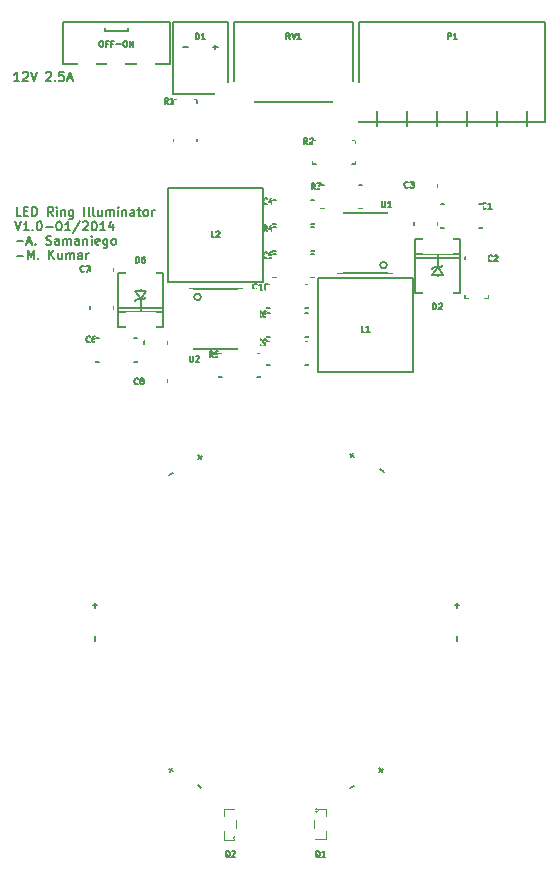
<source format=gto>
G04 (created by PCBNEW (2013-07-07 BZR 4022)-stable) date 1/16/2014 3:21:09 PM*
%MOIN*%
G04 Gerber Fmt 3.4, Leading zero omitted, Abs format*
%FSLAX34Y34*%
G01*
G70*
G90*
G04 APERTURE LIST*
%ADD10C,0.006*%
%ADD11C,0.00590551*%
%ADD12C,0.005*%
%ADD13C,0.0031*%
%ADD14R,0.0612441X0.112425*%
%ADD15C,0.06*%
%ADD16C,0.151795*%
%ADD17C,0.074*%
%ADD18C,0.136*%
%ADD19C,0.07*%
%ADD20R,0.143921X0.033685*%
%ADD21R,0.143921X0.0651811*%
%ADD22R,0.033685X0.029748*%
%ADD23R,0.0719X0.0305*%
%ADD24R,0.121874X0.121874*%
%ADD25R,0.0534X0.0455*%
%ADD26R,0.0848661X0.309276*%
%ADD27R,0.1006X0.077*%
%ADD28R,0.073X0.0652*%
%ADD29R,0.0652X0.073*%
%ADD30C,1.174*%
%ADD31C,0.414*%
G04 APERTURE END LIST*
G54D10*
X514Y25028D02*
X371Y25028D01*
X371Y25328D01*
X614Y25185D02*
X714Y25185D01*
X757Y25028D02*
X614Y25028D01*
X614Y25328D01*
X757Y25328D01*
X885Y25028D02*
X885Y25328D01*
X957Y25328D01*
X1000Y25314D01*
X1028Y25285D01*
X1042Y25257D01*
X1057Y25200D01*
X1057Y25157D01*
X1042Y25100D01*
X1028Y25071D01*
X1000Y25042D01*
X957Y25028D01*
X885Y25028D01*
X1585Y25028D02*
X1485Y25171D01*
X1414Y25028D02*
X1414Y25328D01*
X1528Y25328D01*
X1557Y25314D01*
X1571Y25300D01*
X1585Y25271D01*
X1585Y25228D01*
X1571Y25200D01*
X1557Y25185D01*
X1528Y25171D01*
X1414Y25171D01*
X1714Y25028D02*
X1714Y25228D01*
X1714Y25328D02*
X1700Y25314D01*
X1714Y25300D01*
X1728Y25314D01*
X1714Y25328D01*
X1714Y25300D01*
X1857Y25228D02*
X1857Y25028D01*
X1857Y25200D02*
X1871Y25214D01*
X1900Y25228D01*
X1942Y25228D01*
X1971Y25214D01*
X1985Y25185D01*
X1985Y25028D01*
X2257Y25228D02*
X2257Y24985D01*
X2242Y24957D01*
X2228Y24942D01*
X2200Y24928D01*
X2157Y24928D01*
X2128Y24942D01*
X2257Y25042D02*
X2228Y25028D01*
X2171Y25028D01*
X2142Y25042D01*
X2128Y25057D01*
X2114Y25085D01*
X2114Y25171D01*
X2128Y25200D01*
X2142Y25214D01*
X2171Y25228D01*
X2228Y25228D01*
X2257Y25214D01*
X2628Y25028D02*
X2628Y25328D01*
X2814Y25028D02*
X2785Y25042D01*
X2771Y25071D01*
X2771Y25328D01*
X2971Y25028D02*
X2942Y25042D01*
X2928Y25071D01*
X2928Y25328D01*
X3214Y25228D02*
X3214Y25028D01*
X3085Y25228D02*
X3085Y25071D01*
X3100Y25042D01*
X3128Y25028D01*
X3171Y25028D01*
X3200Y25042D01*
X3214Y25057D01*
X3357Y25028D02*
X3357Y25228D01*
X3357Y25200D02*
X3371Y25214D01*
X3400Y25228D01*
X3442Y25228D01*
X3471Y25214D01*
X3485Y25185D01*
X3485Y25028D01*
X3485Y25185D02*
X3500Y25214D01*
X3528Y25228D01*
X3571Y25228D01*
X3600Y25214D01*
X3614Y25185D01*
X3614Y25028D01*
X3757Y25028D02*
X3757Y25228D01*
X3757Y25328D02*
X3742Y25314D01*
X3757Y25300D01*
X3771Y25314D01*
X3757Y25328D01*
X3757Y25300D01*
X3900Y25228D02*
X3900Y25028D01*
X3900Y25200D02*
X3914Y25214D01*
X3942Y25228D01*
X3985Y25228D01*
X4014Y25214D01*
X4028Y25185D01*
X4028Y25028D01*
X4300Y25028D02*
X4300Y25185D01*
X4285Y25214D01*
X4257Y25228D01*
X4200Y25228D01*
X4171Y25214D01*
X4300Y25042D02*
X4271Y25028D01*
X4200Y25028D01*
X4171Y25042D01*
X4157Y25071D01*
X4157Y25100D01*
X4171Y25128D01*
X4200Y25142D01*
X4271Y25142D01*
X4300Y25157D01*
X4400Y25228D02*
X4514Y25228D01*
X4442Y25328D02*
X4442Y25071D01*
X4457Y25042D01*
X4485Y25028D01*
X4514Y25028D01*
X4657Y25028D02*
X4628Y25042D01*
X4614Y25057D01*
X4600Y25085D01*
X4600Y25171D01*
X4614Y25200D01*
X4628Y25214D01*
X4657Y25228D01*
X4700Y25228D01*
X4728Y25214D01*
X4742Y25200D01*
X4757Y25171D01*
X4757Y25085D01*
X4742Y25057D01*
X4728Y25042D01*
X4700Y25028D01*
X4657Y25028D01*
X4885Y25028D02*
X4885Y25228D01*
X4885Y25171D02*
X4900Y25200D01*
X4914Y25214D01*
X4942Y25228D01*
X4971Y25228D01*
X328Y24848D02*
X428Y24548D01*
X528Y24848D01*
X785Y24548D02*
X614Y24548D01*
X700Y24548D02*
X700Y24848D01*
X671Y24805D01*
X642Y24777D01*
X614Y24762D01*
X914Y24577D02*
X928Y24562D01*
X914Y24548D01*
X900Y24562D01*
X914Y24577D01*
X914Y24548D01*
X1114Y24848D02*
X1142Y24848D01*
X1171Y24834D01*
X1185Y24820D01*
X1200Y24791D01*
X1214Y24734D01*
X1214Y24662D01*
X1200Y24605D01*
X1185Y24577D01*
X1171Y24562D01*
X1142Y24548D01*
X1114Y24548D01*
X1085Y24562D01*
X1071Y24577D01*
X1057Y24605D01*
X1042Y24662D01*
X1042Y24734D01*
X1057Y24791D01*
X1071Y24820D01*
X1085Y24834D01*
X1114Y24848D01*
X1342Y24662D02*
X1571Y24662D01*
X1771Y24848D02*
X1800Y24848D01*
X1828Y24834D01*
X1842Y24820D01*
X1857Y24791D01*
X1871Y24734D01*
X1871Y24662D01*
X1857Y24605D01*
X1842Y24577D01*
X1828Y24562D01*
X1800Y24548D01*
X1771Y24548D01*
X1742Y24562D01*
X1728Y24577D01*
X1714Y24605D01*
X1700Y24662D01*
X1700Y24734D01*
X1714Y24791D01*
X1728Y24820D01*
X1742Y24834D01*
X1771Y24848D01*
X2157Y24548D02*
X1985Y24548D01*
X2071Y24548D02*
X2071Y24848D01*
X2042Y24805D01*
X2014Y24777D01*
X1985Y24762D01*
X2499Y24862D02*
X2242Y24477D01*
X2585Y24820D02*
X2600Y24834D01*
X2628Y24848D01*
X2700Y24848D01*
X2728Y24834D01*
X2742Y24820D01*
X2757Y24791D01*
X2757Y24762D01*
X2742Y24720D01*
X2571Y24548D01*
X2757Y24548D01*
X2942Y24848D02*
X2971Y24848D01*
X2999Y24834D01*
X3014Y24820D01*
X3028Y24791D01*
X3042Y24734D01*
X3042Y24662D01*
X3028Y24605D01*
X3014Y24577D01*
X2999Y24562D01*
X2971Y24548D01*
X2942Y24548D01*
X2914Y24562D01*
X2899Y24577D01*
X2885Y24605D01*
X2871Y24662D01*
X2871Y24734D01*
X2885Y24791D01*
X2899Y24820D01*
X2914Y24834D01*
X2942Y24848D01*
X3328Y24548D02*
X3157Y24548D01*
X3242Y24548D02*
X3242Y24848D01*
X3214Y24805D01*
X3185Y24777D01*
X3157Y24762D01*
X3585Y24748D02*
X3585Y24548D01*
X3514Y24862D02*
X3442Y24648D01*
X3628Y24648D01*
X371Y24182D02*
X600Y24182D01*
X728Y24154D02*
X871Y24154D01*
X700Y24068D02*
X800Y24368D01*
X900Y24068D01*
X1000Y24097D02*
X1014Y24082D01*
X1000Y24068D01*
X985Y24082D01*
X1000Y24097D01*
X1000Y24068D01*
X1357Y24082D02*
X1400Y24068D01*
X1471Y24068D01*
X1500Y24082D01*
X1514Y24097D01*
X1528Y24125D01*
X1528Y24154D01*
X1514Y24182D01*
X1500Y24197D01*
X1471Y24211D01*
X1414Y24225D01*
X1385Y24240D01*
X1371Y24254D01*
X1357Y24282D01*
X1357Y24311D01*
X1371Y24340D01*
X1385Y24354D01*
X1414Y24368D01*
X1485Y24368D01*
X1528Y24354D01*
X1785Y24068D02*
X1785Y24225D01*
X1771Y24254D01*
X1742Y24268D01*
X1685Y24268D01*
X1657Y24254D01*
X1785Y24082D02*
X1757Y24068D01*
X1685Y24068D01*
X1657Y24082D01*
X1642Y24111D01*
X1642Y24140D01*
X1657Y24168D01*
X1685Y24182D01*
X1757Y24182D01*
X1785Y24197D01*
X1928Y24068D02*
X1928Y24268D01*
X1928Y24240D02*
X1942Y24254D01*
X1971Y24268D01*
X2014Y24268D01*
X2042Y24254D01*
X2057Y24225D01*
X2057Y24068D01*
X2057Y24225D02*
X2071Y24254D01*
X2100Y24268D01*
X2142Y24268D01*
X2171Y24254D01*
X2185Y24225D01*
X2185Y24068D01*
X2457Y24068D02*
X2457Y24225D01*
X2442Y24254D01*
X2414Y24268D01*
X2357Y24268D01*
X2328Y24254D01*
X2457Y24082D02*
X2428Y24068D01*
X2357Y24068D01*
X2328Y24082D01*
X2314Y24111D01*
X2314Y24140D01*
X2328Y24168D01*
X2357Y24182D01*
X2428Y24182D01*
X2457Y24197D01*
X2600Y24268D02*
X2600Y24068D01*
X2600Y24240D02*
X2614Y24254D01*
X2642Y24268D01*
X2685Y24268D01*
X2714Y24254D01*
X2728Y24225D01*
X2728Y24068D01*
X2871Y24068D02*
X2871Y24268D01*
X2871Y24368D02*
X2857Y24354D01*
X2871Y24340D01*
X2885Y24354D01*
X2871Y24368D01*
X2871Y24340D01*
X3128Y24082D02*
X3100Y24068D01*
X3042Y24068D01*
X3014Y24082D01*
X3000Y24111D01*
X3000Y24225D01*
X3014Y24254D01*
X3042Y24268D01*
X3100Y24268D01*
X3128Y24254D01*
X3142Y24225D01*
X3142Y24197D01*
X3000Y24168D01*
X3400Y24268D02*
X3400Y24025D01*
X3385Y23997D01*
X3371Y23982D01*
X3342Y23968D01*
X3300Y23968D01*
X3271Y23982D01*
X3400Y24082D02*
X3371Y24068D01*
X3314Y24068D01*
X3285Y24082D01*
X3271Y24097D01*
X3257Y24125D01*
X3257Y24211D01*
X3271Y24240D01*
X3285Y24254D01*
X3314Y24268D01*
X3371Y24268D01*
X3400Y24254D01*
X3585Y24068D02*
X3557Y24082D01*
X3542Y24097D01*
X3528Y24125D01*
X3528Y24211D01*
X3542Y24240D01*
X3557Y24254D01*
X3585Y24268D01*
X3628Y24268D01*
X3657Y24254D01*
X3671Y24240D01*
X3685Y24211D01*
X3685Y24125D01*
X3671Y24097D01*
X3657Y24082D01*
X3628Y24068D01*
X3585Y24068D01*
X371Y23702D02*
X600Y23702D01*
X742Y23588D02*
X742Y23888D01*
X842Y23674D01*
X942Y23888D01*
X942Y23588D01*
X1085Y23617D02*
X1100Y23602D01*
X1085Y23588D01*
X1071Y23602D01*
X1085Y23617D01*
X1085Y23588D01*
X1457Y23588D02*
X1457Y23888D01*
X1628Y23588D02*
X1500Y23760D01*
X1628Y23888D02*
X1457Y23717D01*
X1885Y23788D02*
X1885Y23588D01*
X1757Y23788D02*
X1757Y23631D01*
X1771Y23602D01*
X1800Y23588D01*
X1842Y23588D01*
X1871Y23602D01*
X1885Y23617D01*
X2028Y23588D02*
X2028Y23788D01*
X2028Y23760D02*
X2042Y23774D01*
X2071Y23788D01*
X2114Y23788D01*
X2142Y23774D01*
X2157Y23745D01*
X2157Y23588D01*
X2157Y23745D02*
X2171Y23774D01*
X2200Y23788D01*
X2242Y23788D01*
X2271Y23774D01*
X2285Y23745D01*
X2285Y23588D01*
X2557Y23588D02*
X2557Y23745D01*
X2542Y23774D01*
X2514Y23788D01*
X2457Y23788D01*
X2428Y23774D01*
X2557Y23602D02*
X2528Y23588D01*
X2457Y23588D01*
X2428Y23602D01*
X2414Y23631D01*
X2414Y23660D01*
X2428Y23688D01*
X2457Y23702D01*
X2528Y23702D01*
X2557Y23717D01*
X2700Y23588D02*
X2700Y23788D01*
X2700Y23731D02*
X2714Y23760D01*
X2728Y23774D01*
X2757Y23788D01*
X2785Y23788D01*
X464Y29528D02*
X292Y29528D01*
X378Y29528D02*
X378Y29828D01*
X350Y29785D01*
X321Y29757D01*
X292Y29742D01*
X578Y29800D02*
X592Y29814D01*
X621Y29828D01*
X692Y29828D01*
X721Y29814D01*
X735Y29800D01*
X750Y29771D01*
X750Y29742D01*
X735Y29700D01*
X564Y29528D01*
X750Y29528D01*
X835Y29828D02*
X935Y29528D01*
X1035Y29828D01*
X1350Y29800D02*
X1364Y29814D01*
X1392Y29828D01*
X1464Y29828D01*
X1492Y29814D01*
X1507Y29800D01*
X1521Y29771D01*
X1521Y29742D01*
X1507Y29700D01*
X1335Y29528D01*
X1521Y29528D01*
X1650Y29557D02*
X1664Y29542D01*
X1650Y29528D01*
X1635Y29542D01*
X1650Y29557D01*
X1650Y29528D01*
X1935Y29828D02*
X1792Y29828D01*
X1778Y29685D01*
X1792Y29700D01*
X1821Y29714D01*
X1892Y29714D01*
X1921Y29700D01*
X1935Y29685D01*
X1949Y29657D01*
X1949Y29585D01*
X1935Y29557D01*
X1921Y29542D01*
X1892Y29528D01*
X1821Y29528D01*
X1792Y29542D01*
X1778Y29557D01*
X2064Y29614D02*
X2207Y29614D01*
X2035Y29528D02*
X2135Y29828D01*
X2235Y29528D01*
G54D11*
X4093Y31284D02*
X4093Y31186D01*
X4093Y31186D02*
X3306Y31186D01*
X3306Y31186D02*
X3306Y31284D01*
X5471Y30084D02*
X1928Y30084D01*
X1928Y30084D02*
X1928Y31501D01*
X5471Y31501D02*
X1928Y31501D01*
X5471Y30084D02*
X5471Y31501D01*
X12400Y28020D02*
X12400Y28520D01*
X13400Y28020D02*
X13400Y28520D01*
X14400Y28020D02*
X14400Y28520D01*
X15400Y28020D02*
X15400Y28520D01*
X16400Y28020D02*
X16400Y28520D01*
X17400Y28020D02*
X17400Y28520D01*
X18000Y28150D02*
X18000Y31500D01*
X18000Y28150D02*
X11800Y28150D01*
X11800Y28150D02*
X11800Y31500D01*
X18000Y31500D02*
X11800Y31500D01*
X11570Y28820D02*
X7630Y28820D01*
X7630Y28820D02*
X7630Y31490D01*
X11570Y31490D02*
X7630Y31490D01*
X11570Y28820D02*
X11570Y31490D01*
X7405Y29100D02*
X7405Y31500D01*
X7405Y31500D02*
X5595Y31500D01*
X5595Y29100D02*
X5595Y31500D01*
X7405Y29100D02*
X5595Y29100D01*
G54D12*
X6513Y22330D02*
G75*
G03X6513Y22330I-111J0D01*
G74*
G01*
X7902Y20580D02*
X7902Y22580D01*
X7902Y22580D02*
X6102Y22580D01*
X6102Y22580D02*
X6102Y20580D01*
X6102Y20580D02*
X7902Y20580D01*
X12711Y23390D02*
G75*
G03X12711Y23390I-111J0D01*
G74*
G01*
X11100Y25140D02*
X11100Y23140D01*
X11100Y23140D02*
X12900Y23140D01*
X12900Y23140D02*
X12900Y25140D01*
X12900Y25140D02*
X11100Y25140D01*
G54D13*
X10424Y5213D02*
G75*
G03X10424Y5213I-62J0D01*
G74*
G01*
X10700Y4250D02*
X10300Y4250D01*
X10700Y5275D02*
X10300Y5275D01*
X10300Y4250D02*
X10300Y5275D01*
X10700Y5275D02*
X10700Y4250D01*
X7700Y4287D02*
G75*
G03X7700Y4287I-62J0D01*
G74*
G01*
X7300Y5250D02*
X7700Y5250D01*
X7300Y4225D02*
X7700Y4225D01*
X7700Y5250D02*
X7700Y4225D01*
X7300Y4225D02*
X7300Y5250D01*
G54D11*
X10425Y22964D02*
X13574Y22964D01*
X13574Y22964D02*
X13574Y19815D01*
X13574Y19815D02*
X10425Y19815D01*
X10425Y19815D02*
X10425Y22964D01*
X8576Y22821D02*
X5427Y22821D01*
X5427Y22821D02*
X5427Y25970D01*
X5427Y25970D02*
X8576Y25970D01*
X8576Y25970D02*
X8576Y22821D01*
G54D12*
X4502Y22520D02*
X4502Y22600D01*
X5252Y23120D02*
X5252Y21320D01*
X5252Y21320D02*
X5002Y21320D01*
X3752Y21960D02*
X5252Y21960D01*
X3752Y21830D02*
X5252Y21830D01*
X4002Y23120D02*
X3752Y23120D01*
X3752Y23120D02*
X3752Y21320D01*
X3752Y21320D02*
X4002Y21320D01*
X5002Y23120D02*
X5252Y23120D01*
X4502Y22270D02*
X4689Y22520D01*
X4689Y22520D02*
X4502Y22520D01*
X4502Y22520D02*
X4315Y22520D01*
X4315Y22520D02*
X4502Y22270D01*
X4502Y22270D02*
X4627Y22270D01*
X4627Y22270D02*
X4689Y22332D01*
X4502Y22270D02*
X4377Y22270D01*
X4377Y22270D02*
X4315Y22208D01*
X4502Y22270D02*
X4502Y21833D01*
X14402Y23072D02*
X14402Y22992D01*
X13652Y22472D02*
X13652Y24272D01*
X13652Y24272D02*
X13902Y24272D01*
X15152Y23632D02*
X13652Y23632D01*
X15152Y23762D02*
X13652Y23762D01*
X14902Y22472D02*
X15152Y22472D01*
X15152Y22472D02*
X15152Y24272D01*
X15152Y24272D02*
X14902Y24272D01*
X13902Y22472D02*
X13652Y22472D01*
X14402Y23322D02*
X14215Y23072D01*
X14215Y23072D02*
X14402Y23072D01*
X14402Y23072D02*
X14589Y23072D01*
X14589Y23072D02*
X14402Y23322D01*
X14402Y23322D02*
X14277Y23322D01*
X14277Y23322D02*
X14215Y23260D01*
X14402Y23322D02*
X14527Y23322D01*
X14527Y23322D02*
X14589Y23384D01*
X14402Y23322D02*
X14402Y23759D01*
G54D11*
X2906Y21915D02*
X2808Y21915D01*
X2808Y21915D02*
X2808Y22013D01*
X3497Y23292D02*
X3595Y23292D01*
X3595Y23292D02*
X3595Y23194D01*
X3595Y22013D02*
X3595Y21915D01*
X3595Y21915D02*
X3497Y21915D01*
X2906Y23292D02*
X2808Y23292D01*
X2808Y23292D02*
X2808Y23194D01*
X5297Y20860D02*
X5395Y20860D01*
X5395Y20860D02*
X5395Y20762D01*
X4706Y19483D02*
X4608Y19483D01*
X4608Y19483D02*
X4608Y19581D01*
X4608Y20762D02*
X4608Y20860D01*
X4608Y20860D02*
X4706Y20860D01*
X5297Y19483D02*
X5395Y19483D01*
X5395Y19483D02*
X5395Y19581D01*
X10088Y22054D02*
X10088Y21956D01*
X10088Y21956D02*
X9990Y21956D01*
X8711Y22645D02*
X8711Y22743D01*
X8711Y22743D02*
X8809Y22743D01*
X9990Y22743D02*
X10088Y22743D01*
X10088Y22743D02*
X10088Y22645D01*
X8711Y22054D02*
X8711Y21956D01*
X8711Y21956D02*
X8809Y21956D01*
X10088Y20154D02*
X10088Y20056D01*
X10088Y20056D02*
X9990Y20056D01*
X8711Y20745D02*
X8711Y20843D01*
X8711Y20843D02*
X8809Y20843D01*
X9990Y20843D02*
X10088Y20843D01*
X10088Y20843D02*
X10088Y20745D01*
X8711Y20154D02*
X8711Y20056D01*
X8711Y20056D02*
X8809Y20056D01*
X4390Y20260D02*
X4390Y20162D01*
X4390Y20162D02*
X4292Y20162D01*
X3013Y20851D02*
X3013Y20949D01*
X3013Y20949D02*
X3111Y20949D01*
X4292Y20949D02*
X4390Y20949D01*
X4390Y20949D02*
X4390Y20851D01*
X3013Y20260D02*
X3013Y20162D01*
X3013Y20162D02*
X3111Y20162D01*
X15997Y23676D02*
X16095Y23676D01*
X16095Y23676D02*
X16095Y23578D01*
X15406Y22299D02*
X15308Y22299D01*
X15308Y22299D02*
X15308Y22397D01*
X15308Y23578D02*
X15308Y23676D01*
X15308Y23676D02*
X15406Y23676D01*
X15997Y22299D02*
X16095Y22299D01*
X16095Y22299D02*
X16095Y22397D01*
X10290Y23076D02*
X10290Y22978D01*
X10290Y22978D02*
X10192Y22978D01*
X8913Y23667D02*
X8913Y23765D01*
X8913Y23765D02*
X9011Y23765D01*
X10192Y23765D02*
X10290Y23765D01*
X10290Y23765D02*
X10290Y23667D01*
X8913Y23076D02*
X8913Y22978D01*
X8913Y22978D02*
X9011Y22978D01*
X14513Y25331D02*
X14513Y25429D01*
X14513Y25429D02*
X14611Y25429D01*
X15890Y24740D02*
X15890Y24642D01*
X15890Y24642D02*
X15792Y24642D01*
X14611Y24642D02*
X14513Y24642D01*
X14513Y24642D02*
X14513Y24740D01*
X15890Y25331D02*
X15890Y25429D01*
X15890Y25429D02*
X15792Y25429D01*
X8913Y25459D02*
X8913Y25557D01*
X8913Y25557D02*
X9011Y25557D01*
X10290Y24868D02*
X10290Y24770D01*
X10290Y24770D02*
X10192Y24770D01*
X9011Y24770D02*
X8913Y24770D01*
X8913Y24770D02*
X8913Y24868D01*
X10290Y25459D02*
X10290Y25557D01*
X10290Y25557D02*
X10192Y25557D01*
X6295Y28888D02*
X6393Y28888D01*
X6393Y28888D02*
X6393Y28790D01*
X5704Y27511D02*
X5606Y27511D01*
X5606Y27511D02*
X5606Y27609D01*
X5606Y28790D02*
X5606Y28888D01*
X5606Y28888D02*
X5704Y28888D01*
X6295Y27511D02*
X6393Y27511D01*
X6393Y27511D02*
X6393Y27609D01*
X8711Y21695D02*
X8711Y21793D01*
X8711Y21793D02*
X8809Y21793D01*
X10088Y21104D02*
X10088Y21006D01*
X10088Y21006D02*
X9990Y21006D01*
X8809Y21006D02*
X8711Y21006D01*
X8711Y21006D02*
X8711Y21104D01*
X10088Y21695D02*
X10088Y21793D01*
X10088Y21793D02*
X9990Y21793D01*
X10513Y25971D02*
X10513Y26069D01*
X10513Y26069D02*
X10611Y26069D01*
X11890Y25380D02*
X11890Y25282D01*
X11890Y25282D02*
X11792Y25282D01*
X10611Y25282D02*
X10513Y25282D01*
X10513Y25282D02*
X10513Y25380D01*
X11890Y25971D02*
X11890Y26069D01*
X11890Y26069D02*
X11792Y26069D01*
X10290Y23972D02*
X10290Y23874D01*
X10290Y23874D02*
X10192Y23874D01*
X8913Y24563D02*
X8913Y24661D01*
X8913Y24661D02*
X9011Y24661D01*
X10192Y24661D02*
X10290Y24661D01*
X10290Y24661D02*
X10290Y24563D01*
X8913Y23972D02*
X8913Y23874D01*
X8913Y23874D02*
X9011Y23874D01*
X8490Y19748D02*
X8490Y19650D01*
X8490Y19650D02*
X8392Y19650D01*
X7113Y20339D02*
X7113Y20437D01*
X7113Y20437D02*
X7211Y20437D01*
X8392Y20437D02*
X8490Y20437D01*
X8490Y20437D02*
X8490Y20339D01*
X7113Y19748D02*
X7113Y19650D01*
X7113Y19650D02*
X7211Y19650D01*
X10261Y27445D02*
X10261Y27543D01*
X10261Y27543D02*
X10359Y27543D01*
X11638Y26854D02*
X11638Y26756D01*
X11638Y26756D02*
X11540Y26756D01*
X10359Y26756D02*
X10261Y26756D01*
X10261Y26756D02*
X10261Y26854D01*
X11638Y27445D02*
X11638Y27543D01*
X11638Y27543D02*
X11540Y27543D01*
X13706Y24722D02*
X13608Y24722D01*
X13608Y24722D02*
X13608Y24820D01*
X14297Y26099D02*
X14395Y26099D01*
X14395Y26099D02*
X14395Y26001D01*
X14395Y24820D02*
X14395Y24722D01*
X14395Y24722D02*
X14297Y24722D01*
X13706Y26099D02*
X13608Y26099D01*
X13608Y26099D02*
X13608Y26001D01*
G54D12*
X3176Y30869D02*
X3214Y30869D01*
X3233Y30859D01*
X3252Y30840D01*
X3261Y30802D01*
X3261Y30735D01*
X3252Y30697D01*
X3233Y30678D01*
X3214Y30669D01*
X3176Y30669D01*
X3157Y30678D01*
X3138Y30697D01*
X3128Y30735D01*
X3128Y30802D01*
X3138Y30840D01*
X3157Y30859D01*
X3176Y30869D01*
X3414Y30773D02*
X3347Y30773D01*
X3347Y30669D02*
X3347Y30869D01*
X3442Y30869D01*
X3585Y30773D02*
X3519Y30773D01*
X3519Y30669D02*
X3519Y30869D01*
X3614Y30869D01*
X3690Y30745D02*
X3842Y30745D01*
X3976Y30869D02*
X4014Y30869D01*
X4033Y30859D01*
X4052Y30840D01*
X4061Y30802D01*
X4061Y30735D01*
X4052Y30697D01*
X4033Y30678D01*
X4014Y30669D01*
X3976Y30669D01*
X3957Y30678D01*
X3938Y30697D01*
X3928Y30735D01*
X3928Y30802D01*
X3938Y30840D01*
X3957Y30859D01*
X3976Y30869D01*
X4147Y30669D02*
X4147Y30869D01*
X4261Y30669D01*
X4261Y30869D01*
X14752Y30919D02*
X14752Y31119D01*
X14828Y31119D01*
X14847Y31109D01*
X14857Y31100D01*
X14866Y31080D01*
X14866Y31052D01*
X14857Y31033D01*
X14847Y31023D01*
X14828Y31014D01*
X14752Y31014D01*
X15057Y30919D02*
X14942Y30919D01*
X15000Y30919D02*
X15000Y31119D01*
X14980Y31090D01*
X14961Y31071D01*
X14942Y31061D01*
X9480Y30919D02*
X9414Y31014D01*
X9366Y30919D02*
X9366Y31119D01*
X9442Y31119D01*
X9461Y31109D01*
X9471Y31100D01*
X9480Y31080D01*
X9480Y31052D01*
X9471Y31033D01*
X9461Y31023D01*
X9442Y31014D01*
X9366Y31014D01*
X9538Y31119D02*
X9604Y30919D01*
X9671Y31119D01*
X9842Y30919D02*
X9728Y30919D01*
X9785Y30919D02*
X9785Y31119D01*
X9766Y31090D01*
X9747Y31071D01*
X9728Y31061D01*
X6352Y30919D02*
X6352Y31119D01*
X6400Y31119D01*
X6428Y31109D01*
X6447Y31090D01*
X6457Y31071D01*
X6466Y31033D01*
X6466Y31004D01*
X6457Y30966D01*
X6447Y30947D01*
X6428Y30928D01*
X6400Y30919D01*
X6352Y30919D01*
X6657Y30919D02*
X6542Y30919D01*
X6600Y30919D02*
X6600Y31119D01*
X6580Y31090D01*
X6561Y31071D01*
X6542Y31061D01*
X5923Y30665D02*
X6076Y30665D01*
X6923Y30665D02*
X7076Y30665D01*
X7000Y30589D02*
X7000Y30741D01*
X2989Y10872D02*
X2989Y11025D01*
X2989Y11974D02*
X2989Y12127D01*
X3065Y12051D02*
X2912Y12051D01*
X6147Y20369D02*
X6147Y20207D01*
X6157Y20188D01*
X6166Y20178D01*
X6185Y20169D01*
X6223Y20169D01*
X6242Y20178D01*
X6252Y20188D01*
X6261Y20207D01*
X6261Y20369D01*
X6347Y20350D02*
X6357Y20359D01*
X6376Y20369D01*
X6423Y20369D01*
X6442Y20359D01*
X6452Y20350D01*
X6461Y20330D01*
X6461Y20311D01*
X6452Y20283D01*
X6338Y20169D01*
X6461Y20169D01*
X12547Y25519D02*
X12547Y25357D01*
X12557Y25338D01*
X12566Y25328D01*
X12585Y25319D01*
X12623Y25319D01*
X12642Y25328D01*
X12652Y25338D01*
X12661Y25357D01*
X12661Y25519D01*
X12861Y25319D02*
X12747Y25319D01*
X12804Y25319D02*
X12804Y25519D01*
X12785Y25490D01*
X12766Y25471D01*
X12747Y25461D01*
X10480Y3650D02*
X10461Y3659D01*
X10442Y3678D01*
X10414Y3707D01*
X10395Y3716D01*
X10376Y3716D01*
X10385Y3669D02*
X10366Y3678D01*
X10347Y3697D01*
X10338Y3735D01*
X10338Y3802D01*
X10347Y3840D01*
X10366Y3859D01*
X10385Y3869D01*
X10423Y3869D01*
X10442Y3859D01*
X10461Y3840D01*
X10471Y3802D01*
X10471Y3735D01*
X10461Y3697D01*
X10442Y3678D01*
X10423Y3669D01*
X10385Y3669D01*
X10661Y3669D02*
X10547Y3669D01*
X10604Y3669D02*
X10604Y3869D01*
X10585Y3840D01*
X10566Y3821D01*
X10547Y3811D01*
X7480Y3650D02*
X7461Y3659D01*
X7442Y3678D01*
X7414Y3707D01*
X7395Y3716D01*
X7376Y3716D01*
X7385Y3669D02*
X7366Y3678D01*
X7347Y3697D01*
X7338Y3735D01*
X7338Y3802D01*
X7347Y3840D01*
X7366Y3859D01*
X7385Y3869D01*
X7423Y3869D01*
X7442Y3859D01*
X7461Y3840D01*
X7471Y3802D01*
X7471Y3735D01*
X7461Y3697D01*
X7442Y3678D01*
X7423Y3669D01*
X7385Y3669D01*
X7547Y3850D02*
X7557Y3859D01*
X7576Y3869D01*
X7623Y3869D01*
X7642Y3859D01*
X7652Y3850D01*
X7661Y3830D01*
X7661Y3811D01*
X7652Y3783D01*
X7538Y3669D01*
X7661Y3669D01*
X11966Y21169D02*
X11871Y21169D01*
X11871Y21369D01*
X12138Y21169D02*
X12023Y21169D01*
X12080Y21169D02*
X12080Y21369D01*
X12061Y21340D01*
X12042Y21321D01*
X12023Y21311D01*
X6966Y24319D02*
X6871Y24319D01*
X6871Y24519D01*
X7023Y24500D02*
X7033Y24509D01*
X7052Y24519D01*
X7100Y24519D01*
X7119Y24509D01*
X7128Y24500D01*
X7138Y24480D01*
X7138Y24461D01*
X7128Y24433D01*
X7014Y24319D01*
X7138Y24319D01*
X4352Y23469D02*
X4352Y23669D01*
X4400Y23669D01*
X4428Y23659D01*
X4447Y23640D01*
X4457Y23621D01*
X4466Y23583D01*
X4466Y23554D01*
X4457Y23516D01*
X4447Y23497D01*
X4428Y23478D01*
X4400Y23469D01*
X4352Y23469D01*
X4638Y23669D02*
X4600Y23669D01*
X4580Y23659D01*
X4571Y23650D01*
X4552Y23621D01*
X4542Y23583D01*
X4542Y23507D01*
X4552Y23488D01*
X4561Y23478D01*
X4580Y23469D01*
X4619Y23469D01*
X4638Y23478D01*
X4647Y23488D01*
X4657Y23507D01*
X4657Y23554D01*
X4647Y23573D01*
X4638Y23583D01*
X4619Y23592D01*
X4580Y23592D01*
X4561Y23583D01*
X4552Y23573D01*
X4542Y23554D01*
X14252Y21919D02*
X14252Y22119D01*
X14300Y22119D01*
X14328Y22109D01*
X14347Y22090D01*
X14357Y22071D01*
X14366Y22033D01*
X14366Y22004D01*
X14357Y21966D01*
X14347Y21947D01*
X14328Y21928D01*
X14300Y21919D01*
X14252Y21919D01*
X14442Y22100D02*
X14452Y22109D01*
X14471Y22119D01*
X14519Y22119D01*
X14538Y22109D01*
X14547Y22100D01*
X14557Y22080D01*
X14557Y22061D01*
X14547Y22033D01*
X14433Y21919D01*
X14557Y21919D01*
X5451Y16389D02*
X5583Y16465D01*
X6405Y16940D02*
X6537Y17017D01*
X6509Y16913D02*
X6433Y17045D01*
X6401Y6050D02*
X6533Y5974D01*
X5446Y6601D02*
X5578Y6525D01*
X5474Y6497D02*
X5550Y6629D01*
X11486Y5957D02*
X11618Y6033D01*
X12436Y6507D02*
X12568Y6583D01*
X12540Y6479D02*
X12464Y6611D01*
X15054Y10873D02*
X15054Y11026D01*
X15054Y11973D02*
X15054Y12126D01*
X15130Y12050D02*
X14978Y12050D01*
X12481Y16583D02*
X12613Y16507D01*
X11481Y17083D02*
X11613Y17007D01*
X11509Y16979D02*
X11585Y17111D01*
X2616Y23188D02*
X2607Y23178D01*
X2578Y23169D01*
X2559Y23169D01*
X2530Y23178D01*
X2511Y23197D01*
X2502Y23216D01*
X2492Y23254D01*
X2492Y23283D01*
X2502Y23321D01*
X2511Y23340D01*
X2530Y23359D01*
X2559Y23369D01*
X2578Y23369D01*
X2607Y23359D01*
X2616Y23350D01*
X2683Y23369D02*
X2816Y23369D01*
X2730Y23169D01*
X4416Y19438D02*
X4407Y19428D01*
X4378Y19419D01*
X4359Y19419D01*
X4330Y19428D01*
X4311Y19447D01*
X4302Y19466D01*
X4292Y19504D01*
X4292Y19533D01*
X4302Y19571D01*
X4311Y19590D01*
X4330Y19609D01*
X4359Y19619D01*
X4378Y19619D01*
X4407Y19609D01*
X4416Y19600D01*
X4530Y19533D02*
X4511Y19542D01*
X4502Y19552D01*
X4492Y19571D01*
X4492Y19580D01*
X4502Y19600D01*
X4511Y19609D01*
X4530Y19619D01*
X4569Y19619D01*
X4588Y19609D01*
X4597Y19600D01*
X4607Y19580D01*
X4607Y19571D01*
X4597Y19552D01*
X4588Y19542D01*
X4569Y19533D01*
X4530Y19533D01*
X4511Y19523D01*
X4502Y19514D01*
X4492Y19495D01*
X4492Y19457D01*
X4502Y19438D01*
X4511Y19428D01*
X4530Y19419D01*
X4569Y19419D01*
X4588Y19428D01*
X4597Y19438D01*
X4607Y19457D01*
X4607Y19495D01*
X4597Y19514D01*
X4588Y19523D01*
X4569Y19533D01*
X8371Y22588D02*
X8361Y22578D01*
X8333Y22569D01*
X8314Y22569D01*
X8285Y22578D01*
X8266Y22597D01*
X8257Y22616D01*
X8247Y22654D01*
X8247Y22683D01*
X8257Y22721D01*
X8266Y22740D01*
X8285Y22759D01*
X8314Y22769D01*
X8333Y22769D01*
X8361Y22759D01*
X8371Y22750D01*
X8561Y22569D02*
X8447Y22569D01*
X8504Y22569D02*
X8504Y22769D01*
X8485Y22740D01*
X8466Y22721D01*
X8447Y22711D01*
X8685Y22769D02*
X8704Y22769D01*
X8723Y22759D01*
X8733Y22750D01*
X8742Y22730D01*
X8752Y22692D01*
X8752Y22645D01*
X8742Y22607D01*
X8733Y22588D01*
X8723Y22578D01*
X8704Y22569D01*
X8685Y22569D01*
X8666Y22578D01*
X8657Y22588D01*
X8647Y22607D01*
X8638Y22645D01*
X8638Y22692D01*
X8647Y22730D01*
X8657Y22750D01*
X8666Y22759D01*
X8685Y22769D01*
X8516Y20738D02*
X8507Y20728D01*
X8478Y20719D01*
X8459Y20719D01*
X8430Y20728D01*
X8411Y20747D01*
X8402Y20766D01*
X8392Y20804D01*
X8392Y20833D01*
X8402Y20871D01*
X8411Y20890D01*
X8430Y20909D01*
X8459Y20919D01*
X8478Y20919D01*
X8507Y20909D01*
X8516Y20900D01*
X8611Y20719D02*
X8650Y20719D01*
X8669Y20728D01*
X8678Y20738D01*
X8697Y20766D01*
X8707Y20804D01*
X8707Y20880D01*
X8697Y20900D01*
X8688Y20909D01*
X8669Y20919D01*
X8630Y20919D01*
X8611Y20909D01*
X8602Y20900D01*
X8592Y20880D01*
X8592Y20833D01*
X8602Y20814D01*
X8611Y20804D01*
X8630Y20795D01*
X8669Y20795D01*
X8688Y20804D01*
X8697Y20814D01*
X8707Y20833D01*
X2816Y20838D02*
X2807Y20828D01*
X2778Y20819D01*
X2759Y20819D01*
X2730Y20828D01*
X2711Y20847D01*
X2702Y20866D01*
X2692Y20904D01*
X2692Y20933D01*
X2702Y20971D01*
X2711Y20990D01*
X2730Y21009D01*
X2759Y21019D01*
X2778Y21019D01*
X2807Y21009D01*
X2816Y21000D01*
X2988Y21019D02*
X2950Y21019D01*
X2930Y21009D01*
X2921Y21000D01*
X2902Y20971D01*
X2892Y20933D01*
X2892Y20857D01*
X2902Y20838D01*
X2911Y20828D01*
X2930Y20819D01*
X2969Y20819D01*
X2988Y20828D01*
X2997Y20838D01*
X3007Y20857D01*
X3007Y20904D01*
X2997Y20923D01*
X2988Y20933D01*
X2969Y20942D01*
X2930Y20942D01*
X2911Y20933D01*
X2902Y20923D01*
X2892Y20904D01*
X16216Y23538D02*
X16207Y23528D01*
X16178Y23519D01*
X16159Y23519D01*
X16130Y23528D01*
X16111Y23547D01*
X16102Y23566D01*
X16092Y23604D01*
X16092Y23633D01*
X16102Y23671D01*
X16111Y23690D01*
X16130Y23709D01*
X16159Y23719D01*
X16178Y23719D01*
X16207Y23709D01*
X16216Y23700D01*
X16292Y23700D02*
X16302Y23709D01*
X16321Y23719D01*
X16369Y23719D01*
X16388Y23709D01*
X16397Y23700D01*
X16407Y23680D01*
X16407Y23661D01*
X16397Y23633D01*
X16283Y23519D01*
X16407Y23519D01*
X8716Y23638D02*
X8707Y23628D01*
X8678Y23619D01*
X8659Y23619D01*
X8630Y23628D01*
X8611Y23647D01*
X8602Y23666D01*
X8592Y23704D01*
X8592Y23733D01*
X8602Y23771D01*
X8611Y23790D01*
X8630Y23809D01*
X8659Y23819D01*
X8678Y23819D01*
X8707Y23809D01*
X8716Y23800D01*
X8897Y23819D02*
X8802Y23819D01*
X8792Y23723D01*
X8802Y23733D01*
X8821Y23742D01*
X8869Y23742D01*
X8888Y23733D01*
X8897Y23723D01*
X8907Y23704D01*
X8907Y23657D01*
X8897Y23638D01*
X8888Y23628D01*
X8869Y23619D01*
X8821Y23619D01*
X8802Y23628D01*
X8792Y23638D01*
X16016Y25288D02*
X16007Y25278D01*
X15978Y25269D01*
X15959Y25269D01*
X15930Y25278D01*
X15911Y25297D01*
X15902Y25316D01*
X15892Y25354D01*
X15892Y25383D01*
X15902Y25421D01*
X15911Y25440D01*
X15930Y25459D01*
X15959Y25469D01*
X15978Y25469D01*
X16007Y25459D01*
X16016Y25450D01*
X16207Y25269D02*
X16092Y25269D01*
X16150Y25269D02*
X16150Y25469D01*
X16130Y25440D01*
X16111Y25421D01*
X16092Y25411D01*
X8716Y25438D02*
X8707Y25428D01*
X8678Y25419D01*
X8659Y25419D01*
X8630Y25428D01*
X8611Y25447D01*
X8602Y25466D01*
X8592Y25504D01*
X8592Y25533D01*
X8602Y25571D01*
X8611Y25590D01*
X8630Y25609D01*
X8659Y25619D01*
X8678Y25619D01*
X8707Y25609D01*
X8716Y25600D01*
X8888Y25552D02*
X8888Y25419D01*
X8840Y25628D02*
X8792Y25485D01*
X8916Y25485D01*
X5416Y28769D02*
X5350Y28864D01*
X5302Y28769D02*
X5302Y28969D01*
X5378Y28969D01*
X5397Y28959D01*
X5407Y28950D01*
X5416Y28930D01*
X5416Y28902D01*
X5407Y28883D01*
X5397Y28873D01*
X5378Y28864D01*
X5302Y28864D01*
X5607Y28769D02*
X5492Y28769D01*
X5550Y28769D02*
X5550Y28969D01*
X5530Y28940D01*
X5511Y28921D01*
X5492Y28911D01*
X8516Y21669D02*
X8450Y21764D01*
X8402Y21669D02*
X8402Y21869D01*
X8478Y21869D01*
X8497Y21859D01*
X8507Y21850D01*
X8516Y21830D01*
X8516Y21802D01*
X8507Y21783D01*
X8497Y21773D01*
X8478Y21764D01*
X8402Y21764D01*
X8688Y21869D02*
X8650Y21869D01*
X8630Y21859D01*
X8621Y21850D01*
X8602Y21821D01*
X8592Y21783D01*
X8592Y21707D01*
X8602Y21688D01*
X8611Y21678D01*
X8630Y21669D01*
X8669Y21669D01*
X8688Y21678D01*
X8697Y21688D01*
X8707Y21707D01*
X8707Y21754D01*
X8697Y21773D01*
X8688Y21783D01*
X8669Y21792D01*
X8630Y21792D01*
X8611Y21783D01*
X8602Y21773D01*
X8592Y21754D01*
X10316Y25919D02*
X10250Y26014D01*
X10202Y25919D02*
X10202Y26119D01*
X10278Y26119D01*
X10297Y26109D01*
X10307Y26100D01*
X10316Y26080D01*
X10316Y26052D01*
X10307Y26033D01*
X10297Y26023D01*
X10278Y26014D01*
X10202Y26014D01*
X10383Y26119D02*
X10507Y26119D01*
X10440Y26042D01*
X10469Y26042D01*
X10488Y26033D01*
X10497Y26023D01*
X10507Y26004D01*
X10507Y25957D01*
X10497Y25938D01*
X10488Y25928D01*
X10469Y25919D01*
X10411Y25919D01*
X10392Y25928D01*
X10383Y25938D01*
X8716Y24519D02*
X8650Y24614D01*
X8602Y24519D02*
X8602Y24719D01*
X8678Y24719D01*
X8697Y24709D01*
X8707Y24700D01*
X8716Y24680D01*
X8716Y24652D01*
X8707Y24633D01*
X8697Y24623D01*
X8678Y24614D01*
X8602Y24614D01*
X8888Y24652D02*
X8888Y24519D01*
X8840Y24728D02*
X8792Y24585D01*
X8916Y24585D01*
X6916Y20319D02*
X6850Y20414D01*
X6802Y20319D02*
X6802Y20519D01*
X6878Y20519D01*
X6897Y20509D01*
X6907Y20500D01*
X6916Y20480D01*
X6916Y20452D01*
X6907Y20433D01*
X6897Y20423D01*
X6878Y20414D01*
X6802Y20414D01*
X7097Y20519D02*
X7002Y20519D01*
X6992Y20423D01*
X7002Y20433D01*
X7021Y20442D01*
X7069Y20442D01*
X7088Y20433D01*
X7097Y20423D01*
X7107Y20404D01*
X7107Y20357D01*
X7097Y20338D01*
X7088Y20328D01*
X7069Y20319D01*
X7021Y20319D01*
X7002Y20328D01*
X6992Y20338D01*
X10066Y27419D02*
X10000Y27514D01*
X9952Y27419D02*
X9952Y27619D01*
X10028Y27619D01*
X10047Y27609D01*
X10057Y27600D01*
X10066Y27580D01*
X10066Y27552D01*
X10057Y27533D01*
X10047Y27523D01*
X10028Y27514D01*
X9952Y27514D01*
X10142Y27600D02*
X10152Y27609D01*
X10171Y27619D01*
X10219Y27619D01*
X10238Y27609D01*
X10247Y27600D01*
X10257Y27580D01*
X10257Y27561D01*
X10247Y27533D01*
X10133Y27419D01*
X10257Y27419D01*
X13416Y25988D02*
X13407Y25978D01*
X13378Y25969D01*
X13359Y25969D01*
X13330Y25978D01*
X13311Y25997D01*
X13302Y26016D01*
X13292Y26054D01*
X13292Y26083D01*
X13302Y26121D01*
X13311Y26140D01*
X13330Y26159D01*
X13359Y26169D01*
X13378Y26169D01*
X13407Y26159D01*
X13416Y26150D01*
X13483Y26169D02*
X13607Y26169D01*
X13540Y26092D01*
X13569Y26092D01*
X13588Y26083D01*
X13597Y26073D01*
X13607Y26054D01*
X13607Y26007D01*
X13597Y25988D01*
X13588Y25978D01*
X13569Y25969D01*
X13511Y25969D01*
X13492Y25978D01*
X13483Y25988D01*
%LPC*%
G54D14*
X4684Y29710D03*
X3700Y29710D03*
X2715Y29710D03*
G54D15*
X2361Y30792D03*
X5038Y30792D03*
G54D16*
X1849Y26108D03*
X1849Y28471D03*
X3700Y27290D03*
G54D17*
X17400Y27520D03*
X16400Y27520D03*
X15400Y27520D03*
X14400Y27520D03*
X13400Y27520D03*
X12400Y27520D03*
X10585Y30120D03*
X9600Y30120D03*
X8615Y30120D03*
G54D18*
X11570Y28820D03*
X7630Y28820D03*
G54D19*
X7000Y29670D03*
X6000Y29670D03*
G54D20*
X2000Y10948D03*
X2000Y12051D03*
G54D21*
X2000Y11500D03*
G54D22*
X2000Y12228D03*
X2000Y10771D03*
G54D23*
X5900Y21708D03*
X5900Y21452D03*
X5900Y21196D03*
X5900Y20940D03*
X8102Y22472D03*
X5900Y22476D03*
X5900Y22220D03*
X5900Y21964D03*
X8104Y20684D03*
X8104Y20940D03*
X8104Y21196D03*
X8104Y21452D03*
X8104Y21708D03*
X8104Y21964D03*
X5900Y20684D03*
X8102Y22220D03*
G54D24*
X7002Y21580D03*
G54D23*
X13102Y24012D03*
X13102Y24268D03*
X13102Y24524D03*
X13102Y24780D03*
X10900Y23248D03*
X13102Y23244D03*
X13102Y23500D03*
X13102Y23756D03*
X10898Y25036D03*
X10898Y24780D03*
X10898Y24524D03*
X10898Y24268D03*
X10898Y24012D03*
X10898Y23756D03*
X13102Y25036D03*
X10900Y23500D03*
G54D24*
X12000Y24140D03*
G54D25*
X10933Y4750D03*
X10067Y4375D03*
X10067Y5125D03*
X7067Y4750D03*
X7933Y5125D03*
X7933Y4375D03*
G54D26*
X10897Y21390D03*
X13102Y21390D03*
X8104Y24396D03*
X5899Y24396D03*
G54D27*
X4502Y22968D03*
X4502Y21472D03*
X14402Y22624D03*
X14402Y24120D03*
G54D10*
G36*
X5236Y16576D02*
X4516Y17823D01*
X4808Y17991D01*
X5528Y16745D01*
X5236Y16576D01*
X5236Y16576D01*
G37*
G36*
X6191Y17128D02*
X5471Y18374D01*
X5763Y18543D01*
X6483Y17296D01*
X6191Y17128D01*
X6191Y17128D01*
G37*
G36*
X5577Y16773D02*
X4857Y18020D01*
X5422Y18346D01*
X6142Y17099D01*
X5577Y16773D01*
X5577Y16773D01*
G37*
G36*
X6086Y17703D02*
X5917Y17995D01*
X6175Y18144D01*
X6343Y17852D01*
X6086Y17703D01*
X6086Y17703D01*
G37*
G36*
X4824Y16975D02*
X4656Y17267D01*
X4913Y17416D01*
X5082Y17124D01*
X4824Y16975D01*
X4824Y16975D01*
G37*
G36*
X6483Y5703D02*
X5763Y4456D01*
X5471Y4625D01*
X6191Y5871D01*
X6483Y5703D01*
X6483Y5703D01*
G37*
G36*
X5528Y6254D02*
X4808Y5008D01*
X4516Y5176D01*
X5236Y6423D01*
X5528Y6254D01*
X5528Y6254D01*
G37*
G36*
X6142Y5900D02*
X5422Y4653D01*
X4857Y4979D01*
X5577Y6226D01*
X6142Y5900D01*
X6142Y5900D01*
G37*
G36*
X5082Y5875D02*
X4913Y5583D01*
X4656Y5732D01*
X4824Y6024D01*
X5082Y5875D01*
X5082Y5875D01*
G37*
G36*
X6343Y5147D02*
X6175Y4855D01*
X5917Y5004D01*
X6086Y5296D01*
X6343Y5147D01*
X6343Y5147D01*
G37*
G36*
X12236Y4456D02*
X11516Y5703D01*
X11808Y5871D01*
X12528Y4625D01*
X12236Y4456D01*
X12236Y4456D01*
G37*
G36*
X13191Y5008D02*
X12471Y6254D01*
X12763Y6423D01*
X13483Y5176D01*
X13191Y5008D01*
X13191Y5008D01*
G37*
G36*
X12577Y4653D02*
X11857Y5900D01*
X12422Y6226D01*
X13142Y4979D01*
X12577Y4653D01*
X12577Y4653D01*
G37*
G36*
X13086Y5583D02*
X12917Y5875D01*
X13175Y6024D01*
X13343Y5732D01*
X13086Y5583D01*
X13086Y5583D01*
G37*
G36*
X11824Y4855D02*
X11656Y5147D01*
X11913Y5296D01*
X12082Y5004D01*
X11824Y4855D01*
X11824Y4855D01*
G37*
G54D20*
X16000Y10948D03*
X16000Y12051D03*
G54D21*
X16000Y11500D03*
G54D22*
X16000Y12228D03*
X16000Y10771D03*
G54D10*
G36*
X13483Y17823D02*
X12763Y16576D01*
X12471Y16745D01*
X13191Y17991D01*
X13483Y17823D01*
X13483Y17823D01*
G37*
G36*
X12528Y18374D02*
X11808Y17128D01*
X11516Y17296D01*
X12236Y18543D01*
X12528Y18374D01*
X12528Y18374D01*
G37*
G36*
X13142Y18020D02*
X12422Y16773D01*
X11857Y17099D01*
X12577Y18346D01*
X13142Y18020D01*
X13142Y18020D01*
G37*
G36*
X12082Y17995D02*
X11913Y17703D01*
X11656Y17852D01*
X11824Y18144D01*
X12082Y17995D01*
X12082Y17995D01*
G37*
G36*
X13343Y17267D02*
X13175Y16975D01*
X12917Y17124D01*
X13086Y17416D01*
X13343Y17267D01*
X13343Y17267D01*
G37*
G54D28*
X3202Y22229D03*
X3202Y22979D03*
X5002Y20547D03*
X5002Y19797D03*
G54D29*
X9775Y22350D03*
X9025Y22350D03*
X9775Y20450D03*
X9025Y20450D03*
X4077Y20556D03*
X3327Y20556D03*
G54D28*
X15702Y23363D03*
X15702Y22613D03*
G54D29*
X9977Y23372D03*
X9227Y23372D03*
X14827Y25036D03*
X15577Y25036D03*
X9227Y25164D03*
X9977Y25164D03*
G54D28*
X6000Y28575D03*
X6000Y27825D03*
G54D29*
X9025Y21400D03*
X9775Y21400D03*
X10827Y25676D03*
X11577Y25676D03*
X9977Y24268D03*
X9227Y24268D03*
X8177Y20044D03*
X7427Y20044D03*
X10575Y27150D03*
X11325Y27150D03*
G54D28*
X14002Y25036D03*
X14002Y25786D03*
G54D30*
X9000Y11500D03*
G54D31*
X4000Y2250D03*
X14000Y2250D03*
M02*

</source>
